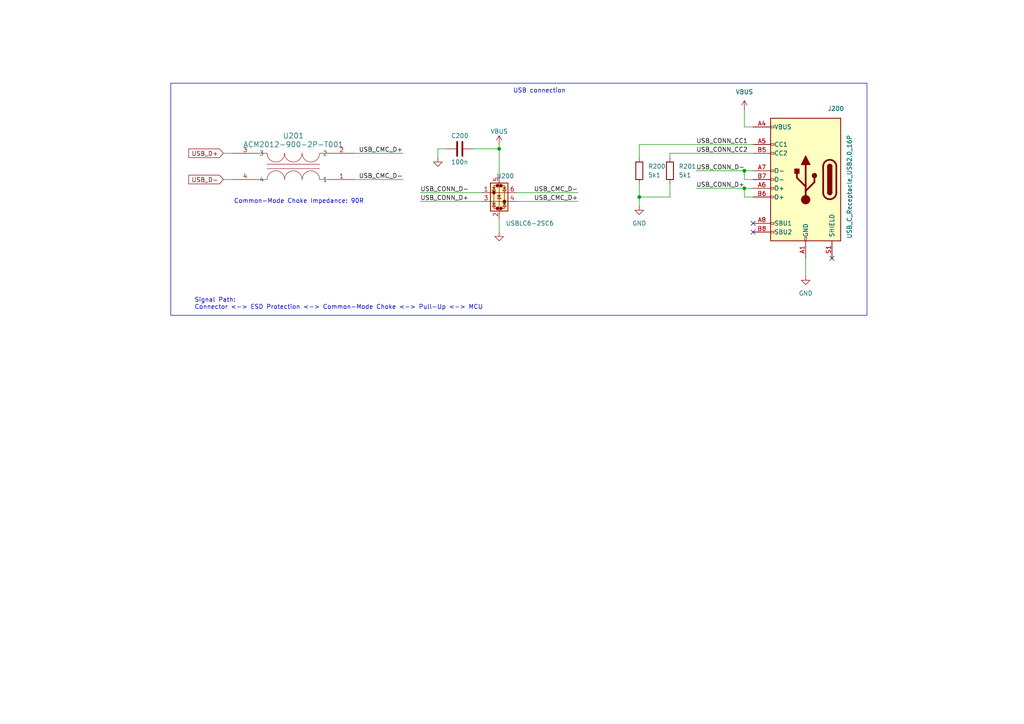
<source format=kicad_sch>
(kicad_sch (version 20231120) (generator "eeschema") (generator_version "8.0")
  (paper "A4")
  (lib_symbols
    (symbol "BlackPillLibrary:ACM2012-900-2P-T001" (pin_names (offset 0.254))
      (property "Reference" "U" (at 20.32 10.16 0))
      (property "Value" "ACM2012-900-2P-T001" (at 20.32 7.62 0))
      (symbol "ACM2012-900-2P-T001_0_1"
        (polyline (pts (xy 12.7 -7.62) (xy 15.24 -7.62)) (stroke (width 0.127)))
        (polyline (pts (xy 12.7 0) (xy 15.24 0)) (stroke (width 0.127)))
        (polyline (pts (xy 15.24 -3.175) (xy 30.48 -3.175)) (stroke (width 0.127)))
        (polyline (pts (xy 30.48 -4.445) (xy 15.24 -4.445)) (stroke (width 0.127)))
        (polyline (pts (xy 33.02 -7.62) (xy 30.48 -7.62)) (stroke (width 0.127)))
        (polyline (pts (xy 33.02 0) (xy 30.48 0)) (stroke (width 0.127)))
        (arc (start 15.24 0) (mid 17.78 -2.529) (end 20.32 0) (stroke (width 0.127)))
        (arc (start 20.32 -7.62) (mid 17.78 -5.091) (end 15.24 -7.62) (stroke (width 0.127)))
        (arc (start 20.32 0) (mid 22.86 -2.529) (end 25.4 0) (stroke (width 0.127)))
        (arc (start 25.4 -7.62) (mid 22.86 -5.091) (end 20.32 -7.62) (stroke (width 0.127)))
        (arc (start 25.4 0) (mid 27.94 -2.529) (end 30.48 0) (stroke (width 0.127)))
        (arc (start 30.48 -7.62) (mid 27.94 -5.091) (end 25.4 -7.62) (stroke (width 0.127)))
        (pin unspecified line (at 5.08 0 0) (length 7.62) (name "1") (number "1"))
        (pin unspecified line (at 5.08 -7.62 0) (length 7.62) (name "2") (number "2"))
        (pin unspecified line (at 40.64 -7.62 180) (length 7.62) (name "3") (number "3"))
        (pin unspecified line (at 40.64 0 180) (length 7.62) (name "4") (number "4"))
      )
    )
    (symbol "Connector:USB_C_Receptacle_USB2.0_16P" (pin_names (offset 1.016))
      (property "Reference" "J" (at 0 22.225 0))
      (property "Value" "USB_C_Receptacle_USB2.0_16P" (at 0 19.685 0))
      (symbol "USB_C_Receptacle_USB2.0_16P_0_0"
        (rectangle (start -0.254 -17.78) (end 0.254 -16.764))
        (rectangle (start 10.16 -14.986) (end 9.144 -15.494))
        (rectangle (start 10.16 -12.446) (end 9.144 -12.954))
        (rectangle (start 10.16 -4.826) (end 9.144 -5.334))
        (rectangle (start 10.16 -2.286) (end 9.144 -2.794))
        (rectangle (start 10.16 0.254) (end 9.144 -0.254))
        (rectangle (start 10.16 2.794) (end 9.144 2.286))
        (rectangle (start 10.16 7.874) (end 9.144 7.366))
        (rectangle (start 10.16 10.414) (end 9.144 9.906))
        (rectangle (start 10.16 15.494) (end 9.144 14.986))
      )
      (symbol "USB_C_Receptacle_USB2.0_16P_0_1"
        (rectangle (start -10.16 17.78) (end 10.16 -17.78) (stroke (width 0.254)) (fill (type background)))
        (arc (start -8.89 -3.81) (mid -6.985 -5.7067) (end -5.08 -3.81) (stroke (width 0.508)))
        (arc (start -7.62 -3.81) (mid -6.985 -4.4423) (end -6.35 -3.81) (stroke (width 0.254)))
        (arc (start -7.62 -3.81) (mid -6.985 -4.4423) (end -6.35 -3.81) (stroke (width 0.254)) (fill (type outline)))
        (rectangle (start -7.62 -3.81) (end -6.35 3.81) (stroke (width 0.254)) (fill (type outline)))
        (arc (start -6.35 3.81) (mid -6.985 4.4423) (end -7.62 3.81) (stroke (width 0.254)))
        (arc (start -6.35 3.81) (mid -6.985 4.4423) (end -7.62 3.81) (stroke (width 0.254)) (fill (type outline)))
        (arc (start -5.08 3.81) (mid -6.985 5.7067) (end -8.89 3.81) (stroke (width 0.508)))
        (circle (center -2.54 1.143) (radius 0.635) (stroke (width 0.254)) (fill (type outline)))
        (circle (center 0 -5.842) (radius 1.27) (fill (type outline)))
        (polyline (pts (xy -8.89 -3.81) (xy -8.89 3.81)) (stroke (width 0.508)))
        (polyline (pts (xy -5.08 3.81) (xy -5.08 -3.81)) (stroke (width 0.508)))
        (polyline (pts (xy 0 -5.842) (xy 0 4.318)) (stroke (width 0.508)))
        (polyline (pts (xy 0 -3.302) (xy -2.54 -0.762) (xy -2.54 0.508)) (stroke (width 0.508)))
        (polyline (pts (xy 0 -2.032) (xy 2.54 0.508) (xy 2.54 1.778)) (stroke (width 0.508)))
        (polyline (pts (xy -1.27 4.318) (xy 0 6.858) (xy 1.27 4.318) (xy -1.27 4.318)) (stroke (width 0.254)) (fill (type outline)))
        (rectangle (start 1.905 1.778) (end 3.175 3.048) (stroke (width 0.254)) (fill (type outline)))
      )
      (symbol "USB_C_Receptacle_USB2.0_16P_1_1"
        (pin passive line (at 0 -22.86 90) (length 5.08) (name "GND") (number "A1"))
        (pin passive line (at 0 -22.86 90) (length 5.08) hide (name "GND") (number "A12"))
        (pin passive line (at 15.24 15.24 180) (length 5.08) (name "VBUS") (number "A4"))
        (pin bidirectional line (at 15.24 10.16 180) (length 5.08) (name "CC1") (number "A5"))
        (pin bidirectional line (at 15.24 -2.54 180) (length 5.08) (name "D+") (number "A6"))
        (pin bidirectional line (at 15.24 2.54 180) (length 5.08) (name "D-") (number "A7"))
        (pin bidirectional line (at 15.24 -12.7 180) (length 5.08) (name "SBU1") (number "A8"))
        (pin passive line (at 15.24 15.24 180) (length 5.08) hide (name "VBUS") (number "A9"))
        (pin passive line (at 0 -22.86 90) (length 5.08) hide (name "GND") (number "B1"))
        (pin passive line (at 0 -22.86 90) (length 5.08) hide (name "GND") (number "B12"))
        (pin passive line (at 15.24 15.24 180) (length 5.08) hide (name "VBUS") (number "B4"))
        (pin bidirectional line (at 15.24 7.62 180) (length 5.08) (name "CC2") (number "B5"))
        (pin bidirectional line (at 15.24 -5.08 180) (length 5.08) (name "D+") (number "B6"))
        (pin bidirectional line (at 15.24 0 180) (length 5.08) (name "D-") (number "B7"))
        (pin bidirectional line (at 15.24 -15.24 180) (length 5.08) (name "SBU2") (number "B8"))
        (pin passive line (at 15.24 15.24 180) (length 5.08) hide (name "VBUS") (number "B9"))
        (pin passive line (at -7.62 -22.86 90) (length 5.08) (name "SHIELD") (number "S1"))
      )
    )
    (symbol "Device:C" (pin_numbers hide) (pin_names (offset 0.254))
      (property "Reference" "C" (at 0.635 2.54 0))
      (property "Value" "C" (at 0.635 -2.54 0))
      (symbol "C_0_1"
        (polyline (pts (xy -2.032 -0.762) (xy 2.032 -0.762)) (stroke (width 0.508)))
        (polyline (pts (xy -2.032 0.762) (xy 2.032 0.762)) (stroke (width 0.508)))
      )
      (symbol "C_1_1"
        (pin passive line (at 0 3.81 270) (length 2.794) (name "~") (number "1"))
        (pin passive line (at 0 -3.81 90) (length 2.794) (name "~") (number "2"))
      )
    )
    (symbol "Device:R" (pin_numbers hide) (pin_names (offset 0))
      (property "Reference" "R" (at 2.032 0 90))
      (property "Value" "R" (at 0 0 90))
      (symbol "R_0_1"
        (rectangle (start -1.016 -2.54) (end 1.016 2.54) (stroke (width 0.254)))
      )
      (symbol "R_1_1"
        (pin passive line (at 0 3.81 270) (length 1.27) (name "~") (number "1"))
        (pin passive line (at 0 -3.81 90) (length 1.27) (name "~") (number "2"))
      )
    )
    (symbol "Power_Protection:USBLC6-2SC6" (pin_names hide)
      (property "Reference" "U" (at 0.635 5.715 0))
      (property "Value" "USBLC6-2SC6" (at 0.635 3.81 0))
      (symbol "USBLC6-2SC6_0_0"
        (circle (center -1.524 0) (radius 0.0001) (stroke (width 0.508)))
        (circle (center -0.508 -4.572) (radius 0.0001) (stroke (width 0.508)))
        (circle (center -0.508 2.032) (radius 0.0001) (stroke (width 0.508)))
        (circle (center 0.508 -4.572) (radius 0.0001) (stroke (width 0.508)))
        (circle (center 0.508 2.032) (radius 0.0001) (stroke (width 0.508)))
        (circle (center 1.524 -2.54) (radius 0.0001) (stroke (width 0.508)))
      )
      (symbol "USBLC6-2SC6_0_1"
        (polyline (pts (xy -2.54 -2.54) (xy 2.54 -2.54)))
        (polyline (pts (xy -2.54 0) (xy 2.54 0)))
        (polyline (pts (xy -2.032 -3.048) (xy -1.016 -3.048)))
        (polyline (pts (xy -1.016 1.524) (xy -2.032 1.524)))
        (polyline (pts (xy 1.016 -3.048) (xy 2.032 -3.048)))
        (polyline (pts (xy 1.016 1.524) (xy 2.032 1.524)))
        (polyline (pts (xy -0.508 -1.143) (xy -0.508 -0.762) (xy 0.508 -0.762)))
        (polyline (pts (xy -2.032 0.508) (xy -1.016 0.508) (xy -1.524 1.524) (xy -2.032 0.508)))
        (polyline (pts (xy -1.016 -4.064) (xy -2.032 -4.064) (xy -1.524 -3.048) (xy -1.016 -4.064)))
        (polyline (pts (xy 0.508 -1.778) (xy -0.508 -1.778) (xy 0 -0.762) (xy 0.508 -1.778)))
        (polyline (pts (xy 2.032 -4.064) (xy 1.016 -4.064) (xy 1.524 -3.048) (xy 2.032 -4.064)))
        (polyline (pts (xy 2.032 0.508) (xy 1.016 0.508) (xy 1.524 1.524) (xy 2.032 0.508)))
        (polyline (pts (xy 0 2.54) (xy -0.508 2.032) (xy 0.508 2.032) (xy 0 1.524) (xy 0 -4.064) (xy -0.508 -4.572) (xy 0.508 -4.572) (xy 0 -5.08)))
      )
      (symbol "USBLC6-2SC6_1_1"
        (rectangle (start -2.54 2.794) (end 2.54 -5.334) (stroke (width 0.254)) (fill (type background)))
        (polyline (pts (xy -0.508 2.032) (xy -1.524 2.032) (xy -1.524 -4.572) (xy -0.508 -4.572)))
        (polyline (pts (xy 0.508 -4.572) (xy 1.524 -4.572) (xy 1.524 2.032) (xy 0.508 2.032)))
        (pin passive line (at -5.08 0 0) (length 2.54) (name "I/O1") (number "1"))
        (pin passive line (at 0 -7.62 90) (length 2.54) (name "GND") (number "2"))
        (pin passive line (at -5.08 -2.54 0) (length 2.54) (name "I/O2") (number "3"))
        (pin passive line (at 5.08 -2.54 180) (length 2.54) (name "I/O2") (number "4"))
        (pin passive line (at 0 5.08 270) (length 2.54) (name "VBUS") (number "5"))
        (pin passive line (at 5.08 0 180) (length 2.54) (name "I/O1") (number "6"))
      )
    )
    (symbol "power:GND" (power) (pin_numbers hide) (pin_names (offset 0) hide)
      (property "Value" "GND" (at 0 -3.81 0))
      (symbol "GND_0_1"
        (polyline (pts (xy 0 0) (xy 0 -1.27) (xy 1.27 -1.27) (xy 0 -2.54) (xy -1.27 -1.27) (xy 0 -1.27)))
      )
      (symbol "GND_1_1"
        (pin power_in line (at 0 0 270) (length 0) (name "~") (number "1"))
      )
    )
    (symbol "power:VBUS" (power) (pin_numbers hide) (pin_names (offset 0) hide)
      (property "Value" "VBUS" (at 0 3.556 0))
      (symbol "VBUS_0_1"
        (polyline (pts (xy -0.762 1.27) (xy 0 2.54)))
        (polyline (pts (xy 0 0) (xy 0 2.54)))
        (polyline (pts (xy 0 2.54) (xy 0.762 1.27)))
      )
      (symbol "VBUS_1_1"
        (pin power_in line (at 0 0 90) (length 0) (name "~") (number "1"))
      )
    )
  )
  (junction (at 215.9 49.53))
  (junction (at 144.78 43.18))
  (junction (at 185.42 57.15))
  (junction (at 215.9 54.61))
  (no_connect (at 241.3 74.93))
  (no_connect (at 218.44 64.77))
  (no_connect (at 218.44 67.31))
  (wire (pts (xy 194.31 44.45) (xy 218.44 44.45)))
  (wire (pts (xy 149.86 55.88) (xy 167.64 55.88)))
  (wire (pts (xy 185.42 41.91) (xy 185.42 45.72)))
  (wire (pts (xy 64.77 52.07) (xy 67.31 52.07)))
  (wire (pts (xy 102.87 44.45) (xy 116.84 44.45)))
  (wire (pts (xy 194.31 57.15) (xy 185.42 57.15)))
  (wire (pts (xy 201.93 49.53) (xy 215.9 49.53)))
  (wire (pts (xy 215.9 31.75) (xy 215.9 36.83)))
  (wire (pts (xy 185.42 53.34) (xy 185.42 57.15)))
  (wire (pts (xy 215.9 36.83) (xy 218.44 36.83)))
  (wire (pts (xy 144.78 63.5) (xy 144.78 67.31)))
  (wire (pts (xy 215.9 57.15) (xy 215.9 54.61)))
  (wire (pts (xy 194.31 53.34) (xy 194.31 57.15)))
  (wire (pts (xy 127 45.72) (xy 127 43.18)))
  (wire (pts (xy 185.42 57.15) (xy 185.42 59.69)))
  (wire (pts (xy 102.87 52.07) (xy 116.84 52.07)))
  (wire (pts (xy 121.92 58.42) (xy 139.7 58.42)))
  (wire (pts (xy 215.9 54.61) (xy 218.44 54.61)))
  (wire (pts (xy 201.93 54.61) (xy 215.9 54.61)))
  (wire (pts (xy 144.78 43.18) (xy 144.78 41.91)))
  (wire (pts (xy 218.44 57.15) (xy 215.9 57.15)))
  (wire (pts (xy 127 43.18) (xy 129.54 43.18)))
  (wire (pts (xy 137.16 43.18) (xy 144.78 43.18)))
  (wire (pts (xy 218.44 52.07) (xy 215.9 52.07)))
  (wire (pts (xy 215.9 49.53) (xy 215.9 52.07)))
  (wire (pts (xy 215.9 49.53) (xy 218.44 49.53)))
  (wire (pts (xy 194.31 44.45) (xy 194.31 45.72)))
  (wire (pts (xy 121.92 55.88) (xy 139.7 55.88)))
  (wire (pts (xy 144.78 43.18) (xy 144.78 50.8)))
  (wire (pts (xy 185.42 41.91) (xy 218.44 41.91)))
  (wire (pts (xy 64.77 44.45) (xy 67.31 44.45)))
  (wire (pts (xy 233.68 74.93) (xy 233.68 80.01)))
  (wire (pts (xy 149.86 58.42) (xy 167.64 58.42)))
  (rectangle (start 49.53 24.13) (end 251.46 91.44))
  (text "Signal Path:\nConnector <-> ESD Protection <-> Common-Mode Choke <-> Pull-Up <-> MCU\n" (at 56.388 89.916 0) (effects (font (size 1.27 1.27)) (justify left bottom)))
  (text "USB connection" (at 156.464 26.416 0) (effects (font (size 1.27 1.27))))
  (text "Common-Mode Choke Impedance: 90R" (at 67.818 59.182 0) (effects (font (size 1.27 1.27)) (justify left bottom)))
  (label "USB_CMC_D-" (at 116.84 52.07 180))
  (label "USB_CMC_D-" (at 167.64 55.88 180))
  (label "USB_CONN_CC1" (at 201.93 41.91 0))
  (label "USB_CONN_D-" (at 201.93 49.53 0))
  (label "USB_CMC_D+" (at 167.64 58.42 180))
  (label "USB_CMC_D+" (at 116.84 44.45 180))
  (label "USB_CONN_D+" (at 201.93 54.61 0))
  (label "USB_CONN_D+" (at 121.92 58.42 0))
  (label "USB_CONN_CC2" (at 201.93 44.45 0))
  (label "USB_CONN_D-" (at 121.92 55.88 0))
  (global_label "USB_D-" (shape input) (at 64.77 52.07 180) (property "Intersheetrefs" "${INTERSHEET_REFS}" (effects (hide yes))))
  (global_label "USB_D+" (shape input) (at 64.77 44.45 180) (property "Intersheetrefs" "${INTERSHEET_REFS}" (effects (hide yes))))
  (symbol (lib_id "power:GND") (at 233.68 80.01 0) (unit 1)
    (property "Reference" "#PWR029" (effects (hide yes)))
    (property "Value" "GND" (at 233.68 85.09 0))
    (property "Description" "Power symbol creates a global label with name \"GND\" , ground" (effects (hide yes)))
  )
  (symbol (lib_id "power:VBUS") (at 144.78 41.91 0) (mirror y) (unit 1)
    (property "Reference" "#PWR025" (effects (hide yes)))
    (property "Value" "VBUS" (at 144.78 38.1 0))
  )
  (symbol (lib_id "BlackPillLibrary:ACM2012-900-2P-T001") (at 107.95 52.07 180) (unit 1)
    (property "Reference" "U201" (at 85.09 39.37 0) (effects (font (size 1.524 1.524))))
    (property "Value" "ACM2012-900-2P-T001" (at 85.09 41.91 0) (effects (font (size 1.524 1.524))))
    (property "Footprint" "BlackPill:SMT_0-2P-T001_TDK" (effects (hide yes)))
    (property "Datasheet" "ACM2012-900-2P-T001" (effects (hide yes)))
    (property "DigiKey Part Number" "445-15969-6-ND" (effects (hide yes)))
    (property "Manufacturer" "TDK Corporation" (effects (hide yes)))
    (property "Manufacturer Product Number" "ACM2012-900-2P-T001" (effects (hide yes)))
  )
  (symbol (lib_id "Power_Protection:USBLC6-2SC6") (at 144.78 55.88 0) (unit 1)
    (property "Reference" "U200" (at 146.558 51.054 0))
    (property "Value" "USBLC6-2SC6" (at 153.67 64.77 0))
    (property "Footprint" "Package_TO_SOT_SMD:SOT-23-6" (effects (hide yes)))
    (property "Datasheet" "https://www.st.com/resource/en/datasheet/usblc6-2.pdf" (effects (hide yes)))
    (property "Manufacturer" "STMicroelectronics" (effects (hide yes)))
    (property "DigiKey Part Number" "497-5235-6-ND" (effects (hide yes)))
    (property "Manufacturer Product Number" "USBLC6-2SC6" (effects (hide yes)))
  )
  (symbol (lib_id "power:VBUS") (at 215.9 31.75 0) (unit 1)
    (property "Reference" "#PWR028" (effects (hide yes)))
    (property "Value" "VBUS" (at 215.9 26.67 0))
    (property "Description" "Power symbol creates a global label with name \"VBUS\"" (effects (hide yes)))
  )
  (symbol (lib_id "Connector:USB_C_Receptacle_USB2.0_16P") (at 233.68 52.07 0) (mirror y) (unit 1)
    (property "Reference" "J200" (at 240.03 31.496 0) (effects (justify right)))
    (property "Value" "USB_C_Receptacle_USB2.0_16P" (at 246.38 39.116 90) (effects (justify right)))
    (property "Footprint" "Connector_USB:USB_C_Receptacle_HCTL_HC-TYPE-C-16P-01A" (effects (hide yes)))
    (property "Datasheet" "https://www.usb.org/sites/default/files/documents/usb_type-c.zip" (effects (hide yes)))
    (property "Description" "USB 2.0-only 16P Type-C Receptacle connector" (effects (hide yes)))
    (property "DigiKey Part Number" "664-12402012E212ADKR-ND" (effects (hide yes)))
    (property "Manufacturer" "Korean Hroparts Elec" (effects (hide yes)))
    (property "Manufacturer Product Number" "TYPE-C-31-M-12" (effects (hide yes)))
  )
  (symbol (lib_id "power:GND") (at 127 45.72 0) (mirror y) (unit 1)
    (property "Reference" "#PWR024" (effects (hide yes)))
    (property "Value" "GND" (effects (hide yes)))
  )
  (symbol (lib_id "power:GND") (at 144.78 67.31 0) (mirror y) (unit 1)
    (property "Reference" "#PWR026" (effects (hide yes)))
    (property "Value" "GND" (effects (hide yes)))
  )
  (symbol (lib_id "Device:R") (at 185.42 49.53 180) (unit 1)
    (property "Reference" "R200" (at 187.96 48.2599 0) (effects (justify right)))
    (property "Value" "5k1" (at 187.96 50.7999 0) (effects (justify right)))
    (property "Footprint" "Resistor_SMD:R_0402_1005Metric" (effects (hide yes)))
    (property "Description" "Resistor" (effects (hide yes)))
    (property "DigiKey Part Number" "P5.1KDCDKR-ND" (effects (hide yes)))
    (property "Manufacturer" "UNI-ROYAL(Uniroyal Elec)" (effects (hide yes)))
    (property "Manufacturer Product Number" "0402WGF5101TCE" (effects (hide yes)))
  )
  (symbol (lib_id "Device:C") (at 133.35 43.18 270) (unit 1)
    (property "Reference" "C200" (at 130.81 39.37 90) (effects (justify left)))
    (property "Value" "100n" (at 130.81 46.99 90) (effects (justify left)))
    (property "Footprint" "Capacitor_SMD:C_0402_1005Metric" (effects (hide yes)))
    (property "Manufacturer" "Samsung Electro-Mechanics" (effects (hide yes)))
    (property "DigiKey Part Number" "1276-1002-6-ND" (effects (hide yes)))
    (property "Manufacturer Product Number" "CL05B104KP5NNNC" (effects (hide yes)))
  )
  (symbol (lib_id "power:GND") (at 185.42 59.69 0) (unit 1)
    (property "Reference" "#PWR027" (effects (hide yes)))
    (property "Value" "GND" (at 185.42 64.77 0))
    (property "Description" "Power symbol creates a global label with name \"GND\" , ground" (effects (hide yes)))
  )
  (symbol (lib_id "Device:R") (at 194.31 49.53 180) (unit 1)
    (property "Reference" "R201" (at 196.85 48.2599 0) (effects (justify right)))
    (property "Value" "5k1" (at 196.85 50.7999 0) (effects (justify right)))
    (property "Footprint" "Resistor_SMD:R_0402_1005Metric" (effects (hide yes)))
    (property "Description" "Resistor" (effects (hide yes)))
    (property "DigiKey Part Number" "P5.1KDCDKR-ND" (effects (hide yes)))
    (property "Manufacturer" "UNI-ROYAL(Uniroyal Elec)" (effects (hide yes)))
    (property "Manufacturer Product Number" "0402WGF5101TCE" (effects (hide yes)))
  )
)
</source>
